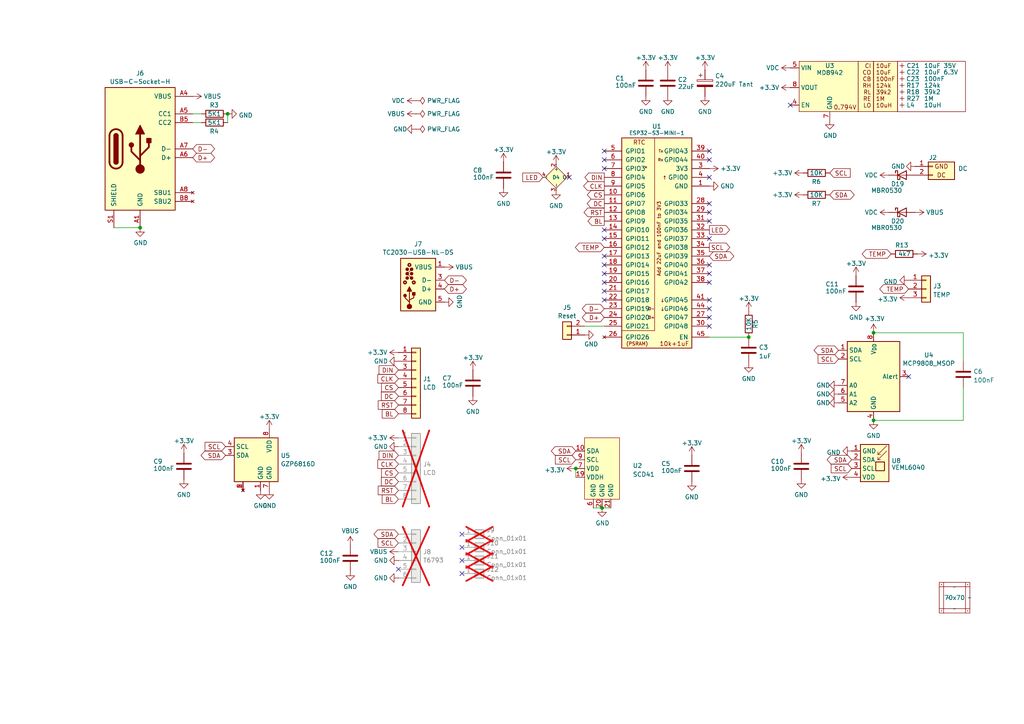
<source format=kicad_sch>
(kicad_sch (version 20250114) (generator "eeschema") (generator_version "9.0")
  (paper "A4")
  (title_block (title "2\" LCD") (company "Adrian Kennard / Andrews & Arnold Ltd") (comment 1 "@TheRealRevK") (comment 2 "www.me.uk"))
  (junction (at 167.005 135.89))
  (junction (at 253.365 96.52))
  (junction (at 40.64 66.04))
  (junction (at 253.365 121.92))
  (junction (at 174.625 147.32))
  (junction (at 66.04 33.02))
  (junction (at 217.17 97.79))
  (no_connect (at 205.74 94.615))
  (no_connect (at 205.74 86.995))
  (no_connect (at 175.26 81.915))
  (no_connect (at 175.26 79.375))
  (no_connect (at 175.26 43.815))
  (no_connect (at 175.26 86.995))
  (no_connect (at 165.1 51.435))
  (no_connect (at 133.985 166.37))
  (no_connect (at 175.26 69.215))
  (no_connect (at 205.74 43.815))
  (no_connect (at 205.74 46.355))
  (no_connect (at 175.26 76.835))
  (no_connect (at 205.74 51.435))
  (no_connect (at 175.26 48.895))
  (no_connect (at 115.57 165.1))
  (no_connect (at 205.74 76.835))
  (no_connect (at 205.74 61.595))
  (no_connect (at 263.525 109.22))
  (no_connect (at 175.26 46.355))
  (no_connect (at 133.985 162.56))
  (no_connect (at 133.985 154.94))
  (no_connect (at 205.74 69.215))
  (no_connect (at 205.74 64.135))
  (no_connect (at 205.74 59.055))
  (no_connect (at 175.26 66.675))
  (no_connect (at 205.74 79.375))
  (no_connect (at 175.26 84.455))
  (no_connect (at 205.74 81.915))
  (no_connect (at 205.74 92.075))
  (no_connect (at 205.74 89.535))
  (no_connect (at 175.26 74.295))
  (no_connect (at 229.235 30.48))
  (no_connect (at 133.985 158.75))
  (wire (pts (xy 55.88 33.02) (xy 58.42 33.02)))
  (wire (pts (xy 66.04 33.02) (xy 66.04 35.56)))
  (wire (pts (xy 205.74 97.79) (xy 217.17 97.79)))
  (wire (pts (xy 169.545 94.615) (xy 175.26 94.615)))
  (wire (pts (xy 33.02 66.04) (xy 40.64 66.04)))
  (wire (pts (xy 279.4 112.395) (xy 279.4 121.92)))
  (wire (pts (xy 167.005 135.89) (xy 167.005 138.43)))
  (wire (pts (xy 279.4 96.52) (xy 279.4 104.775)))
  (wire (pts (xy 55.88 35.56) (xy 58.42 35.56)))
  (wire (pts (xy 174.625 147.32) (xy 177.165 147.32)))
  (wire (pts (xy 253.365 96.52) (xy 279.4 96.52)))
  (wire (pts (xy 279.4 121.92) (xy 253.365 121.92)))
  (wire (pts (xy 172.085 147.32) (xy 174.625 147.32)))
  (global_label "TEMP" (shape bidirectional) (at 263.525 83.82 180) (property "Intersheetrefs" "${INTERSHEET_REFS}" (effects (hide yes))))
  (global_label "RST" (shape output) (at 175.26 61.595 180) (property "Intersheetrefs" "${INTERSHEET_REFS}" (effects (hide yes))))
  (global_label "SCL" (shape output) (at 205.74 71.755 0) (property "Intersheetrefs" "${INTERSHEET_REFS}" (effects (hide yes))))
  (global_label "SCL" (shape input) (at 65.405 129.54 180) (property "Intersheetrefs" "${INTERSHEET_REFS}" (effects (hide yes))))
  (global_label "BL" (shape output) (at 175.26 64.135 180) (property "Intersheetrefs" "${INTERSHEET_REFS}" (effects (hide yes))))
  (global_label "BL" (shape input) (at 115.57 120.015 180) (property "Intersheetrefs" "${INTERSHEET_REFS}" (effects (hide yes))))
  (global_label "TEMP" (shape bidirectional) (at 175.26 71.755 180) (property "Intersheetrefs" "${INTERSHEET_REFS}" (effects (hide yes))))
  (global_label "DIN" (shape output) (at 175.26 51.435 180) (property "Intersheetrefs" "${INTERSHEET_REFS}" (effects (hide yes))))
  (global_label "CS" (shape input) (at 115.57 112.395 180) (property "Intersheetrefs" "${INTERSHEET_REFS}" (effects (hide yes))))
  (global_label "LED" (shape output) (at 205.74 66.675 0) (property "Intersheetrefs" "${INTERSHEET_REFS}" (effects (hide yes))))
  (global_label "D-" (shape bidirectional) (at 55.88 43.18 0) (property "Intersheetrefs" "${INTERSHEET_REFS}" (effects (hide yes))))
  (global_label "D+" (shape bidirectional) (at 175.26 92.075 180) (property "Intersheetrefs" "${INTERSHEET_REFS}" (effects (hide yes))))
  (global_label "D+" (shape bidirectional) (at 128.905 83.82 0) (property "Intersheetrefs" "${INTERSHEET_REFS}" (effects (hide yes))))
  (global_label "SDA" (shape bidirectional) (at 115.57 154.94 180) (property "Intersheetrefs" "${INTERSHEET_REFS}" (effects (hide yes))))
  (global_label "DC" (shape output) (at 175.26 59.055 180) (property "Intersheetrefs" "${INTERSHEET_REFS}" (effects (hide yes))))
  (global_label "CS" (shape input) (at 115.57 137.16 180) (property "Intersheetrefs" "${INTERSHEET_REFS}" (effects (hide yes))))
  (global_label "SDA" (shape bidirectional) (at 247.015 133.35 180) (property "Intersheetrefs" "${INTERSHEET_REFS}" (effects (hide yes))))
  (global_label "SDA" (shape bidirectional) (at 240.665 56.515 0) (property "Intersheetrefs" "${INTERSHEET_REFS}" (effects (hide yes))))
  (global_label "LED" (shape input) (at 157.48 51.435 180) (property "Intersheetrefs" "${INTERSHEET_REFS}" (effects (hide yes))))
  (global_label "SCL" (shape input) (at 243.205 104.14 180) (property "Intersheetrefs" "${INTERSHEET_REFS}" (effects (hide yes))))
  (global_label "DIN" (shape input) (at 115.57 107.315 180) (property "Intersheetrefs" "${INTERSHEET_REFS}" (effects (hide yes))))
  (global_label "SDA" (shape bidirectional) (at 243.205 101.6 180) (property "Intersheetrefs" "${INTERSHEET_REFS}" (effects (hide yes))))
  (global_label "SCL" (shape input) (at 240.665 50.165 0) (property "Intersheetrefs" "${INTERSHEET_REFS}" (effects (hide yes))))
  (global_label "DC" (shape input) (at 115.57 114.935 180) (property "Intersheetrefs" "${INTERSHEET_REFS}" (effects (hide yes))))
  (global_label "RST" (shape input) (at 115.57 142.24 180) (property "Intersheetrefs" "${INTERSHEET_REFS}" (effects (hide yes))))
  (global_label "SCL" (shape input) (at 167.005 133.35 180) (property "Intersheetrefs" "${INTERSHEET_REFS}" (effects (hide yes))))
  (global_label "SCL" (shape input) (at 247.015 135.89 180) (property "Intersheetrefs" "${INTERSHEET_REFS}" (effects (hide yes))))
  (global_label "CLK" (shape input) (at 115.57 134.62 180) (property "Intersheetrefs" "${INTERSHEET_REFS}" (effects (hide yes))))
  (global_label "RST" (shape input) (at 115.57 117.475 180) (property "Intersheetrefs" "${INTERSHEET_REFS}" (effects (hide yes))))
  (global_label "DC" (shape input) (at 115.57 139.7 180) (property "Intersheetrefs" "${INTERSHEET_REFS}" (effects (hide yes))))
  (global_label "SDA" (shape bidirectional) (at 65.405 132.08 180) (property "Intersheetrefs" "${INTERSHEET_REFS}" (effects (hide yes))))
  (global_label "D-" (shape bidirectional) (at 128.905 81.28 0) (property "Intersheetrefs" "${INTERSHEET_REFS}" (effects (hide yes))))
  (global_label "D-" (shape bidirectional) (at 175.26 89.535 180) (property "Intersheetrefs" "${INTERSHEET_REFS}" (effects (hide yes))))
  (global_label "TEMP" (shape bidirectional) (at 258.445 73.66 180) (property "Intersheetrefs" "${INTERSHEET_REFS}" (effects (hide yes))))
  (global_label "CS" (shape output) (at 175.26 56.515 180) (property "Intersheetrefs" "${INTERSHEET_REFS}" (effects (hide yes))))
  (global_label "BL" (shape input) (at 115.57 144.78 180) (property "Intersheetrefs" "${INTERSHEET_REFS}" (effects (hide yes))))
  (global_label "SDA" (shape bidirectional) (at 205.74 74.295 0) (property "Intersheetrefs" "${INTERSHEET_REFS}" (effects (hide yes))))
  (global_label "DIN" (shape input) (at 115.57 132.08 180) (property "Intersheetrefs" "${INTERSHEET_REFS}" (effects (hide yes))))
  (global_label "CLK" (shape output) (at 175.26 53.975 180) (property "Intersheetrefs" "${INTERSHEET_REFS}" (effects (hide yes))))
  (global_label "SCL" (shape input) (at 115.57 157.48 180) (property "Intersheetrefs" "${INTERSHEET_REFS}" (effects (hide yes))))
  (global_label "SDA" (shape bidirectional) (at 167.005 130.81 180) (property "Intersheetrefs" "${INTERSHEET_REFS}" (effects (hide yes))))
  (global_label "D+" (shape bidirectional) (at 55.88 45.72 0) (property "Intersheetrefs" "${INTERSHEET_REFS}" (effects (hide yes))))
  (global_label "CLK" (shape input) (at 115.57 109.855 180) (property "Intersheetrefs" "${INTERSHEET_REFS}" (effects (hide yes))))
  (symbol (lib_id "power:GND") (at 40.64 66.04 0) (unit 1)
    (property "Reference" "#PWR03" (effects (hide yes)))
    (property "Value" "GND" (at 40.767 70.4342 0))
    (property "Description" "Power symbol creates a global label with name \"GND\" , ground" (effects (hide yes)))
  )
  (symbol (lib_id "power:GND") (at 174.625 147.32 0) (unit 1)
    (property "Reference" "#PWR07" (effects (hide yes)))
    (property "Value" "GND" (at 174.752 151.7142 0))
    (property "Description" "Power symbol creates a global label with name \"GND\" , ground" (effects (hide yes)))
  )
  (symbol (lib_id "Device:R") (at 62.23 35.56 90) (unit 1)
    (property "Reference" "R4" (at 63.5 38.1 90) (effects (justify left)))
    (property "Value" "5K1" (at 64.135 35.56 90) (effects (justify left)))
    (property "Footprint" "RevK:R_0402" (effects (hide yes)))
    (property "Description" "Resistor" (effects (hide yes)))
  )
  (symbol (lib_id "Device:R") (at 62.23 33.02 90) (unit 1)
    (property "Reference" "R3" (at 63.5 30.48 90) (effects (justify left)))
    (property "Value" "5K1" (at 64.135 33.02 90) (effects (justify left)))
    (property "Footprint" "RevK:R_0402" (effects (hide yes)))
    (property "Description" "Resistor" (effects (hide yes)))
  )
  (symbol (lib_id "power:+3.3V") (at 161.29 47.625 0) (unit 1)
    (property "Reference" "#PWR018" (effects (hide yes)))
    (property "Value" "+3.3V" (at 161.29 44.0492 0))
    (property "Description" "Power symbol creates a global label with name \"+3.3V\"" (effects (hide yes)))
  )
  (symbol (lib_id "power:+3.3V") (at 204.47 20.32 0) (unit 1)
    (property "Reference" "#PWR025" (effects (hide yes)))
    (property "Value" "+3.3V" (at 204.47 16.7442 0))
    (property "Description" "Power symbol creates a global label with name \"+3.3V\"" (effects (hide yes)))
  )
  (symbol (lib_id "RevK:MD89420-RegBlock") (at 240.665 25.4 0) (unit 1)
    (property "Reference" "U3" (at 240.665 19.05 0))
    (property "Value" "MD8942" (at 240.665 21.098 0))
    (property "Footprint" "RevK:SOT-23-6-MD8942" (effects (hide yes)))
    (property "Datasheet" "https://datasheet.lcsc.com/lcsc/2101111937_Shanghai-Mingda-Microelectronics-MD8942_C2684786.pdf" (effects (hide yes)))
    (property "Description" "Regulator and associated components." (effects (hide yes)))
    (property "MPN" "C2684786" (effects (hide yes)))
  )
  (symbol (lib_id "Device:C") (at 193.675 24.13 0) (unit 1)
    (property "Reference" "C2" (at 196.596 23.106 0) (effects (justify left)))
    (property "Value" "22uF" (at 196.596 25.154 0) (effects (justify left)))
    (property "Footprint" "RevK:C_0402" (effects (hide yes)))
    (property "Description" "Unpolarized capacitor" (effects (hide yes)))
  )
  (symbol (lib_id "RevK:PowerIn") (at 270.51 48.26 0) (unit 1)
    (property "Reference" "J2" (at 271.78 45.72 0) (effects (justify right)))
    (property "Value" "DC" (at 280.67 48.895 0) (effects (justify right)))
    (property "Footprint" "RevK:WAGO-2060-452-998-404" (effects (hide yes)))
    (property "MPN" "C2765055" (effects (hide yes)))
  )
  (symbol (lib_id "power:+3.3V") (at 247.015 138.43 90) (unit 1)
    (property "Reference" "#PWR0104" (effects (hide yes)))
    (property "Value" "+3.3V" (at 243.84 138.8638 90) (effects (justify left)))
    (property "Description" "Power symbol creates a global label with name \"+3.3V\"" (effects (hide yes)))
  )
  (symbol (lib_id "RevK:VCUT") (at 273.685 173.355 90) (unit 1) (exclude_from_sim yes) (in_bom no)
    (property "Reference" "V3" (effects (hide yes)))
    (property "Value" "~" (at 274.32 173.355 90) (effects (justify right)))
    (property "Footprint" "RevK:VCUT70" (effects (hide yes)))
  )
  (symbol (lib_id "power:+3.3V") (at 233.045 56.515 90) (unit 1)
    (property "Reference" "#PWR037" (effects (hide yes)))
    (property "Value" "+3.3V" (at 229.87 56.515 90) (effects (justify left)))
    (property "Description" "Power symbol creates a global label with name \"+3.3V\"" (effects (hide yes)))
  )
  (symbol (lib_id "RevK:Hidden") (at 261.62 22.86 90) (unit 1)
    (property "Reference" "C23" (at 266.7 22.86 90) (effects (justify left)))
    (property "Value" "100nF" (at 267.97 22.86 90) (effects (justify right)))
    (property "Footprint" "RevK:C_0603_" (effects (hide yes)))
  )
  (symbol (lib_id "power:PWR_FLAG") (at 120.65 37.465 270) (unit 1)
    (property "Reference" "#FLG02" (effects (hide yes)))
    (property "Value" "PWR_FLAG" (at 123.825 37.465 90) (effects (justify left)))
    (property "Description" "Special symbol for telling ERC where power comes from" (effects (hide yes)))
  )
  (symbol (lib_id "Diode:1N5819") (at 261.62 50.8 0) (unit 1)
    (property "Reference" "D19" (at 260.35 53.34 0))
    (property "Value" "MBR0530" (at 257.175 55.245 0))
    (property "Footprint" "RevK:D_SOD-123" (effects (hide yes)))
    (property "MPN" "C5204746" (effects (hide yes)))
  )
  (symbol (lib_id "Connector_Generic:Conn_01x01") (at 139.065 154.94 0) (unit 1) (in_bom no) (dnp yes)
    (property "Reference" "J9" (at 141.097 153.7278 0) (effects (justify left)))
    (property "Value" "Conn_01x01" (at 141.097 156.1521 0) (effects (justify left)))
    (property "Footprint" "RevK:PinHeader_1x01_P2.54mm_Vertical" (effects (hide yes)))
    (property "Description" "Generic connector, single row, 01x01, script generated (kicad-library-utils/schlib/autogen/connector/)" (effects (hide yes)))
  )
  (symbol (lib_id "power:VDC") (at 257.81 50.8 90) (unit 1)
    (property "Reference" "#PWR04" (effects (hide yes)))
    (property "Value" "VDC" (at 254.635 50.8 90) (effects (justify left)))
    (property "Description" "Power symbol creates a global label with name \"VDC\"" (effects (hide yes)))
  )
  (symbol (lib_id "power:GND") (at 263.525 81.28 270) (unit 1)
    (property "Reference" "#PWR022" (effects (hide yes)))
    (property "Value" "GND" (at 260.3501 81.7138 90) (effects (justify right)))
    (property "Description" "Power symbol creates a global label with name \"GND\" , ground" (effects (hide yes)))
  )
  (symbol (lib_id "Connector_Generic:Conn_01x06") (at 120.65 160.02 0) (unit 1) (in_bom no) (dnp yes)
    (property "Reference" "J8" (at 122.682 160.0778 0) (effects (justify left)))
    (property "Value" "T6793" (at 122.682 162.5021 0) (effects (justify left)))
    (property "Footprint" "RevK:PinHeader_1x06_P2.54mm_Vertical" (effects (hide yes)))
    (property "Datasheet" "https://www.amphenol-sensors.com/en/telaire/co2/525-co2-sensor-modules/3399-t6793-0" (effects (hide yes)))
    (property "Description" "Generic connector, single row, 01x06, script generated (kicad-library-utils/schlib/autogen/connector/)" (effects (hide yes)))
  )
  (symbol (lib_id "power:VDC") (at 120.65 29.21 90) (unit 1)
    (property "Reference" "#PWR041" (effects (hide yes)))
    (property "Value" "VDC" (at 117.475 29.21 90) (effects (justify left)))
    (property "Description" "Power symbol creates a global label with name \"VDC\"" (effects (hide yes)))
  )
  (symbol (lib_id "power:GND") (at 240.665 34.925 0) (unit 1)
    (property "Reference" "#PWR028" (effects (hide yes)))
    (property "Value" "GND" (at 240.792 39.3192 0))
    (property "Description" "Power symbol creates a global label with name \"GND\" , ground" (effects (hide yes)))
  )
  (symbol (lib_id "power:+3.3V") (at 233.045 50.165 90) (unit 1)
    (property "Reference" "#PWR036" (effects (hide yes)))
    (property "Value" "+3.3V" (at 229.87 50.165 90) (effects (justify left)))
    (property "Description" "Power symbol creates a global label with name \"+3.3V\"" (effects (hide yes)))
  )
  (symbol (lib_id "power:GND") (at 243.205 114.3 270) (unit 1)
    (property "Reference" "#PWR0115" (effects (hide yes)))
    (property "Value" "GND" (at 238.7616 114.3 90))
    (property "Description" "Power symbol creates a global label with name \"GND\" , ground" (effects (hide yes)))
  )
  (symbol (lib_id "RevK:WS2812B-1mm") (at 161.29 51.435 0) (mirror x) (unit 1)
    (property "Reference" "D4" (at 161.29 51.435 0) (effects (font (size 1 1))))
    (property "Value" "XL-1010RGBC-WS2812B" (effects (hide yes)))
    (property "Footprint" "RevK:SMD1010" (effects (hide yes)))
    (property "Datasheet" "https://datasheet.lcsc.com/lcsc/2301111010_XINGLIGHT-XL-1010RGBC-WS2812B_C5349953.pdf" (effects (hide yes)))
    (property "Description" "RGB LED with integrated controller" (effects (hide yes)))
    (property "MPN" "C5349953" (effects (hide yes)))
  )
  (symbol (lib_id "power:+3.3V") (at 167.005 135.89 90) (unit 1)
    (property "Reference" "#PWR05" (effects (hide yes)))
    (property "Value" "+3.3V" (at 163.83 136.3238 90) (effects (justify left)))
    (property "Description" "Power symbol creates a global label with name \"+3.3V\"" (effects (hide yes)))
  )
  (symbol (lib_id "power:+3.3V") (at 137.16 107.315 0) (unit 1)
    (property "Reference" "#PWR044" (effects (hide yes)))
    (property "Value" "+3.3V" (at 137.16 103.7392 0))
    (property "Description" "Power symbol creates a global label with name \"+3.3V\"" (effects (hide yes)))
  )
  (symbol (lib_id "Connector_Generic:Conn_01x03") (at 268.605 83.82 0) (unit 1)
    (property "Reference" "J3" (at 270.637 82.9853 0) (effects (justify left)))
    (property "Value" "TEMP" (at 270.637 85.5222 0) (effects (justify left)))
    (property "Footprint" "RevK:WAGO-2060-453-998-404" (effects (hide yes)))
    (property "Description" "Generic connector, single row, 01x03, script generated (kicad-library-utils/schlib/autogen/connector/)" (effects (hide yes)))
    (property "MPN" "C2765056" (effects (hide yes)))
  )
  (symbol (lib_id "power:GND") (at 115.57 129.54 270) (unit 1)
    (property "Reference" "#PWR011" (effects (hide yes)))
    (property "Value" "GND" (at 110.49 129.54 90))
    (property "Description" "Power symbol creates a global label with name \"GND\" , ground" (effects (hide yes)))
  )
  (symbol (lib_id "RevK:VCUT") (at 276.86 176.53 0) (unit 1) (exclude_from_sim yes) (in_bom no)
    (property "Reference" "V2" (effects (hide yes)))
    (property "Value" "~" (at 276.86 176.53 0))
    (property "Footprint" "RevK:VCUT70" (effects (hide yes)))
  )
  (symbol (lib_id "power:GND") (at 115.57 104.775 270) (unit 1)
    (property "Reference" "#PWR030" (effects (hide yes)))
    (property "Value" "GND" (at 110.49 104.775 90))
    (property "Description" "Power symbol creates a global label with name \"GND\" , ground" (effects (hide yes)))
  )
  (symbol (lib_id "Device:R") (at 262.255 73.66 90) (unit 1)
    (property "Reference" "R13" (at 263.525 71.12 90) (effects (justify left)))
    (property "Value" "4k7" (at 264.16 73.66 90) (effects (justify left)))
    (property "Footprint" "RevK:R_0402" (effects (hide yes)))
    (property "Description" "Resistor" (effects (hide yes)))
  )
  (symbol (lib_id "Device:C") (at 53.34 135.255 0) (unit 1)
    (property "Reference" "C9" (at 44.45 133.842 0) (effects (justify left)))
    (property "Value" "100nF" (at 44.45 135.89 0) (effects (justify left)))
    (property "Footprint" "RevK:C_0402" (effects (hide yes)))
    (property "Description" "Unpolarized capacitor" (effects (hide yes)))
  )
  (symbol (lib_id "power:VBUS") (at 115.57 160.02 90) (unit 1)
    (property "Reference" "#PWR031" (effects (hide yes)))
    (property "Value" "VBUS" (at 112.395 160.02 90) (effects (justify left)))
    (property "Description" "Power symbol creates a global label with name \"VBUS\"" (effects (hide yes)))
  )
  (symbol (lib_id "Device:C") (at 217.17 101.6 0) (unit 1)
    (property "Reference" "C3" (at 220.091 100.7653 0) (effects (justify left)))
    (property "Value" "1uF" (at 220.091 103.3022 0) (effects (justify left)))
    (property "Footprint" "RevK:C_0402" (effects (hide yes)))
    (property "Description" "Unpolarized capacitor" (effects (hide yes)))
  )
  (symbol (lib_id "Device:C") (at 232.41 135.255 0) (unit 1)
    (property "Reference" "C10" (at 223.52 133.842 0) (effects (justify left)))
    (property "Value" "100nF" (at 223.52 135.89 0) (effects (justify left)))
    (property "Footprint" "RevK:C_0402" (effects (hide yes)))
    (property "Description" "Unpolarized capacitor" (effects (hide yes)))
  )
  (symbol (lib_id "Device:C") (at 101.6 161.925 0) (unit 1)
    (property "Reference" "C12" (at 92.71 160.512 0) (effects (justify left)))
    (property "Value" "100nF" (at 92.71 162.56 0) (effects (justify left)))
    (property "Footprint" "RevK:C_0402" (effects (hide yes)))
    (property "Description" "Unpolarized capacitor" (effects (hide yes)))
  )
  (symbol (lib_id "power:GND") (at 205.74 53.975 90) (unit 1)
    (property "Reference" "#PWR015" (effects (hide yes)))
    (property "Value" "GND" (at 208.915 53.975 90) (effects (justify right)))
    (property "Description" "Power symbol creates a global label with name \"GND\" , ground" (effects (hide yes)))
  )
  (symbol (lib_id "power:GND") (at 169.545 97.155 90) (unit 1)
    (property "Reference" "#PWR020" (effects (hide yes)))
    (property "Value" "GND" (at 169.418 99.822 90) (effects (justify right)))
    (property "Description" "Power symbol creates a global label with name \"GND\" , ground" (effects (hide yes)))
  )
  (symbol (lib_id "power:VBUS") (at 120.65 33.02 90) (unit 1)
    (property "Reference" "#PWR040" (effects (hide yes)))
    (property "Value" "VBUS" (at 117.475 33.02 90) (effects (justify left)))
    (property "Description" "Power symbol creates a global label with name \"VBUS\"" (effects (hide yes)))
  )
  (symbol (lib_id "power:+3.3V") (at 263.525 86.36 90) (unit 1)
    (property "Reference" "#PWR023" (effects (hide yes)))
    (property "Value" "+3.3V" (at 260.35 86.7938 90) (effects (justify left)))
    (property "Description" "Power symbol creates a global label with name \"+3.3V\"" (effects (hide yes)))
  )
  (symbol (lib_id "power:GND") (at 247.015 130.81 270) (unit 1)
    (property "Reference" "#PWR0105" (effects (hide yes)))
    (property "Value" "GND" (at 243.8401 131.2438 90) (effects (justify right)))
    (property "Description" "Power symbol creates a global label with name \"GND\" , ground" (effects (hide yes)))
  )
  (symbol (lib_id "power:+3.3V") (at 115.57 102.235 90) (unit 1)
    (property "Reference" "#PWR029" (effects (hide yes)))
    (property "Value" "+3.3V" (at 112.395 102.235 90) (effects (justify left)))
    (property "Description" "Power symbol creates a global label with name \"+3.3V\"" (effects (hide yes)))
  )
  (symbol (lib_id "Device:R") (at 236.855 50.165 90) (unit 1)
    (property "Reference" "R6" (at 238.125 52.705 90) (effects (justify left)))
    (property "Value" "10K" (at 238.76 50.165 90) (effects (justify left)))
    (property "Footprint" "RevK:R_0402" (effects (hide yes)))
    (property "Description" "Resistor" (effects (hide yes)))
  )
  (symbol (lib_id "power:GND") (at 115.57 167.64 270) (unit 1)
    (property "Reference" "#PWR033" (effects (hide yes)))
    (property "Value" "GND" (at 110.49 167.64 90))
    (property "Description" "Power symbol creates a global label with name \"GND\" , ground" (effects (hide yes)))
  )
  (symbol (lib_id "power:GND") (at 115.57 162.56 270) (unit 1)
    (property "Reference" "#PWR032" (effects (hide yes)))
    (property "Value" "GND" (at 110.49 162.56 90))
    (property "Description" "Power symbol creates a global label with name \"GND\" , ground" (effects (hide yes)))
  )
  (symbol (lib_id "power:GND") (at 161.29 55.245 0) (unit 1)
    (property "Reference" "#PWR019" (effects (hide yes)))
    (property "Value" "GND" (at 161.29 59.6884 0))
    (property "Description" "Power symbol creates a global label with name \"GND\" , ground" (effects (hide yes)))
  )
  (symbol (lib_id "power:GND") (at 66.04 33.02 90) (unit 1)
    (property "Reference" "#PWR06" (effects (hide yes)))
    (property "Value" "GND" (at 69.215 33.4538 90) (effects (justify right)))
    (property "Description" "Power symbol creates a global label with name \"GND\" , ground" (effects (hide yes)))
  )
  (symbol (lib_id "Device:C") (at 187.325 24.13 0) (unit 1)
    (property "Reference" "C1" (at 178.435 22.717 0) (effects (justify left)))
    (property "Value" "100nF" (at 178.435 24.765 0) (effects (justify left)))
    (property "Footprint" "RevK:C_0402" (effects (hide yes)))
    (property "Description" "Unpolarized capacitor" (effects (hide yes)))
  )
  (symbol (lib_id "RevK:Hidden") (at 261.62 19.05 0) (unit 1)
    (property "Reference" "C21" (at 262.89 19.05 0) (effects (justify left)))
    (property "Value" "10uF 35V" (at 267.97 19.05 0) (effects (justify left)))
    (property "Footprint" "RevK:C_0603_" (effects (hide yes)))
    (property "MPN" "C194427" (effects (hide yes)))
  )
  (symbol (lib_id "Diode:1N5819") (at 261.62 61.595 0) (unit 1)
    (property "Reference" "D20" (at 260.35 64.135 0))
    (property "Value" "MBR0530" (at 257.175 66.04 0))
    (property "Footprint" "RevK:D_SOD-123" (effects (hide yes)))
    (property "MPN" "C5204746" (effects (hide yes)))
  )
  (symbol (lib_id "RevK:SCD41") (at 174.625 135.89 0) (unit 1)
    (property "Reference" "U2" (at 183.515 135.0553 0) (effects (justify left)))
    (property "Value" "SCD41" (at 183.515 137.5922 0) (effects (justify left)))
    (property "Footprint" "RevK:SCD41" (effects (hide yes)))
    (property "Datasheet" "https://www.mouser.co.uk/datasheet/2/682/Sensirion_CO2_Sensors_SCD4x_Datasheet-2321195.pdf" (effects (hide yes)))
    (property "Description" "CO2 sensor" (effects (hide yes)))
    (property "MPN" "C3659294" (effects (hide yes)))
  )
  (symbol (lib_id "power:GND") (at 146.05 54.61 0) (unit 1)
    (property "Reference" "#PWR047" (effects (hide yes)))
    (property "Value" "GND" (at 146.05 59.0534 0))
    (property "Description" "Power symbol creates a global label with name \"GND\" , ground" (effects (hide yes)))
  )
  (symbol (lib_id "power:GND") (at 232.41 139.065 0) (unit 1)
    (property "Reference" "#PWR054" (effects (hide yes)))
    (property "Value" "GND" (at 232.41 143.5084 0))
    (property "Description" "Power symbol creates a global label with name \"GND\" , ground" (effects (hide yes)))
  )
  (symbol (lib_id "power:GND") (at 193.675 27.94 0) (unit 1)
    (property "Reference" "#PWR013" (effects (hide yes)))
    (property "Value" "GND" (at 193.675 32.3834 0))
    (property "Description" "Power symbol creates a global label with name \"GND\" , ground" (effects (hide yes)))
  )
  (symbol (lib_id "RevK:GZP6816D") (at 75.565 134.62 0) (unit 1)
    (property "Reference" "U5" (at 81.407 132.1378 0) (effects (justify left)))
    (property "Value" "GZP6816D" (at 81.407 134.5621 0) (effects (justify left)))
    (property "Footprint" "Package_LGA:Bosch_LGA-8_2x2.5mm_P0.65mm_ClockwisePinNumbering" (effects (hide yes)))
    (property "Datasheet" "https://ae-bst.resource.bosch.com/media/_tech/media/datasheets/BST-BMP280-DS001.pdf" (effects (hide yes)))
    (property "Description" "Absolute Barometric Pressure Sensor, LGA-8" (effects (hide yes)))
    (property "MPN" "C3038127" (effects (hide yes)))
    (property "Rotation Offset" "-90" (effects (hide yes)))
  )
  (symbol (lib_id "power:GND") (at 265.43 48.26 270) (unit 1)
    (property "Reference" "#PWR0107" (effects (hide yes)))
    (property "Value" "GND" (at 258.445 48.26 90) (effects (justify left)))
    (property "Description" "Power symbol creates a global label with name \"GND\" , ground" (effects (hide yes)))
  )
  (symbol (lib_id "power:+3.3V") (at 266.065 73.66 270) (unit 1)
    (property "Reference" "#PWR024" (effects (hide yes)))
    (property "Value" "+3.3V" (at 269.24 74.0938 90) (effects (justify left)))
    (property "Description" "Power symbol creates a global label with name \"+3.3V\"" (effects (hide yes)))
  )
  (symbol (lib_id "power:GND") (at 128.905 87.63 90) (unit 1)
    (property "Reference" "#PWR010" (effects (hide yes)))
    (property "Value" "GND" (at 133.2992 87.503 0))
    (property "Description" "Power symbol creates a global label with name \"GND\" , ground" (effects (hide yes)))
  )
  (symbol (lib_id "power:+3.3V") (at 200.66 132.08 0) (unit 1)
    (property "Reference" "#PWR042" (effects (hide yes)))
    (property "Value" "+3.3V" (at 200.66 128.5042 0))
    (property "Description" "Power symbol creates a global label with name \"+3.3V\"" (effects (hide yes)))
  )
  (symbol (lib_id "power:+3.3V") (at 229.235 25.4 90) (unit 1)
    (property "Reference" "#PWR027" (effects (hide yes)))
    (property "Value" "+3.3V" (at 226.06 25.4 90) (effects (justify left)))
    (property "Description" "Power symbol creates a global label with name \"+3.3V\"" (effects (hide yes)))
  )
  (symbol (lib_id "power:VBUS") (at 101.6 158.115 0) (unit 1)
    (property "Reference" "#PWR057" (effects (hide yes)))
    (property "Value" "VBUS" (at 101.6 153.9819 0))
    (property "Description" "Power symbol creates a global label with name \"VBUS\"" (effects (hide yes)))
  )
  (symbol (lib_id "Connector_Generic:Conn_01x08") (at 120.65 134.62 0) (unit 1) (in_bom no) (dnp yes)
    (property "Reference" "J4" (at 122.682 134.6778 0) (effects (justify left)))
    (property "Value" "LCD" (at 122.682 137.1021 0) (effects (justify left)))
    (property "Footprint" "RevK:PinHeader_1x08_P2.54mm_Vertical" (effects (hide yes)))
    (property "Description" "Generic connector, single row, 01x08, script generated (kicad-library-utils/schlib/autogen/connector/)" (effects (hide yes)))
    (property "MPN" "C42380985" (effects (hide yes)))
  )
  (symbol (lib_id "Connector_Generic:Conn_01x01") (at 139.065 162.56 0) (unit 1) (in_bom no) (dnp yes)
    (property "Reference" "J11" (at 141.097 161.3478 0) (effects (justify left)))
    (property "Value" "Conn_01x01" (at 141.097 163.7721 0) (effects (justify left)))
    (property "Footprint" "RevK:PinHeader_1x01_P2.54mm_Vertical" (effects (hide yes)))
    (property "Description" "Generic connector, single row, 01x01, script generated (kicad-library-utils/schlib/autogen/connector/)" (effects (hide yes)))
  )
  (symbol (lib_id "Device:C") (at 279.4 108.585 0) (unit 1)
    (property "Reference" "C6" (at 282.321 107.7503 0) (effects (justify left)))
    (property "Value" "100nF" (at 282.321 110.2872 0) (effects (justify left)))
    (property "Footprint" "RevK:C_0402" (effects (hide yes)))
    (property "Description" "Unpolarized capacitor" (effects (hide yes)))
  )
  (symbol (lib_name "TC2030-USB-NL_1") (lib_id "RevK:TC2030-USB-NL") (at 121.285 82.55 0) (unit 1) (in_bom no)
    (property "Reference" "J7" (at 121.285 70.7855 0))
    (property "Value" "TC2030-USB-NL-DS" (at 121.285 73.2098 0))
    (property "Footprint" "RevK:Tag-Connect_TC2030-IDC-NL_2x03_P1.27mm_Vertical" (effects (hide yes)))
    (property "Description" "TC2030-USB-NL" (effects (hide yes)))
  )
  (symbol (lib_id "RevK:VCUT") (at 280.035 173.355 270) (unit 1) (exclude_from_sim yes) (in_bom no)
    (property "Reference" "V4" (effects (hide yes)))
    (property "Value" "~" (at 280.67 173.355 90) (effects (justify left)))
    (property "Footprint" "RevK:VCUT70" (effects (hide yes)))
  )
  (symbol (lib_id "power:GND") (at 101.6 165.735 0) (unit 1)
    (property "Reference" "#PWR058" (effects (hide yes)))
    (property "Value" "GND" (at 101.6 170.1784 0))
    (property "Description" "Power symbol creates a global label with name \"GND\" , ground" (effects (hide yes)))
  )
  (symbol (lib_id "power:+3.3V") (at 248.285 80.01 0) (unit 1)
    (property "Reference" "#PWR055" (effects (hide yes)))
    (property "Value" "+3.3V" (at 248.285 76.4342 0))
    (property "Description" "Power symbol creates a global label with name \"+3.3V\"" (effects (hide yes)))
  )
  (symbol (lib_id "power:+3.3V") (at 115.57 127 90) (unit 1)
    (property "Reference" "#PWR026" (effects (hide yes)))
    (property "Value" "+3.3V" (at 112.395 127 90) (effects (justify left)))
    (property "Description" "Power symbol creates a global label with name \"+3.3V\"" (effects (hide yes)))
  )
  (symbol (lib_id "power:GND") (at 243.205 116.84 270) (unit 1)
    (property "Reference" "#PWR0116" (effects (hide yes)))
    (property "Value" "GND" (at 238.7616 116.84 90))
    (property "Description" "Power symbol creates a global label with name \"GND\" , ground" (effects (hide yes)))
  )
  (symbol (lib_id "power:GND") (at 248.285 87.63 0) (unit 1)
    (property "Reference" "#PWR056" (effects (hide yes)))
    (property "Value" "GND" (at 248.285 92.0734 0))
    (property "Description" "Power symbol creates a global label with name \"GND\" , ground" (effects (hide yes)))
  )
  (symbol (lib_id "power:+3.3V") (at 146.05 46.99 0) (unit 1)
    (property "Reference" "#PWR046" (effects (hide yes)))
    (property "Value" "+3.3V" (at 146.05 43.4142 0))
    (property "Description" "Power symbol creates a global label with name \"+3.3V\"" (effects (hide yes)))
  )
  (symbol (lib_id "power:VBUS") (at 55.88 27.94 270) (unit 1)
    (property "Reference" "#PWR039" (effects (hide yes)))
    (property "Value" "VBUS" (at 59.055 27.94 90) (effects (justify left)))
    (property "Description" "Power symbol creates a global label with name \"VBUS\"" (effects (hide yes)))
  )
  (symbol (lib_id "RevK:PCB") (at 276.86 173.355 0) (unit 1) (in_bom no)
    (property "Reference" "PCB1" (effects (hide yes)))
    (property "Value" "70x70" (at 276.86 173.355 0))
    (property "Footprint" "RevK:PCB7070" (effects (hide yes)))
  )
  (symbol (lib_id "Device:C_Polarized") (at 204.47 24.13 0) (unit 1)
    (property "Reference" "C4" (at 207.391 22.0288 0) (effects (justify left)))
    (property "Value" "220uF Tant" (at 207.391 24.4531 0) (effects (justify left)))
    (property "Footprint" "RevK:CP_EIA-3528-21_Kemet-B" (effects (hide yes)))
    (property "Description" "Polarized capacitor" (effects (hide yes)))
    (property "MPN" "C122649" (effects (hide yes)))
  )
  (symbol (lib_id "RevK:Hidden") (at 261.62 28.575 0) (unit 1)
    (property "Reference" "R27" (at 262.89 28.575 0) (effects (justify left)))
    (property "Value" "1M" (at 267.97 28.575 0) (effects (justify left)))
    (property "Footprint" "RevK:R_0402_" (effects (hide yes)))
  )
  (symbol (lib_id "Sensor_Temperature:MCP9808_MSOP") (at 253.365 109.22 0) (unit 1)
    (property "Reference" "U4" (at 269.3874 102.9734 0))
    (property "Value" "MCP9808_MSOP" (at 269.3874 105.3977 0))
    (property "Footprint" "Package_SO:MSOP-8_3x3mm_P0.65mm" (effects (hide yes)))
    (property "Datasheet" "http://ww1.microchip.com/downloads/en/DeviceDoc/22203b.pdf" (effects (hide yes)))
    (property "Description" "±0.25°C (±0.5°C) Typical (Maximum), Digital Temperature Sensor, MSOP-8" (effects (hide yes)))
    (property "MPN" "C94847" (effects (hide yes)))
  )
  (symbol (lib_id "Device:C") (at 200.66 135.89 0) (unit 1)
    (property "Reference" "C5" (at 191.77 134.477 0) (effects (justify left)))
    (property "Value" "100nF" (at 191.77 136.525 0) (effects (justify left)))
    (property "Footprint" "RevK:C_0402" (effects (hide yes)))
    (property "Description" "Unpolarized capacitor" (effects (hide yes)))
  )
  (symbol (lib_id "power:GND") (at 78.105 142.24 0) (unit 1)
    (property "Reference" "#PWR052" (effects (hide yes)))
    (property "Value" "GND" (at 78.105 146.6834 0))
    (property "Description" "Power symbol creates a global label with name \"GND\" , ground" (effects (hide yes)))
  )
  (symbol (lib_id "Connector_Generic:Conn_01x01") (at 139.065 158.75 0) (unit 1) (in_bom no) (dnp yes)
    (property "Reference" "J10" (at 141.097 157.5378 0) (effects (justify left)))
    (property "Value" "Conn_01x01" (at 141.097 159.9621 0) (effects (justify left)))
    (property "Footprint" "RevK:PinHeader_1x01_P2.54mm_Vertical" (effects (hide yes)))
    (property "Description" "Generic connector, single row, 01x01, script generated (kicad-library-utils/schlib/autogen/connector/)" (effects (hide yes)))
  )
  (symbol (lib_id "RevK:Hidden") (at 261.62 20.955 0) (unit 1)
    (property "Reference" "C22" (at 262.89 20.955 0) (effects (justify left)))
    (property "Value" "10uF 6.3V" (at 267.97 20.955 0) (effects (justify left)))
    (property "Footprint" "RevK:C_0603_" (effects (hide yes)))
    (property "MPN" "C1691" (effects (hide yes)))
  )
  (symbol (lib_id "RevK:Hidden") (at 261.62 24.765 0) (unit 1)
    (property "Reference" "R17" (at 264.795 24.765 0))
    (property "Value" "124k" (at 267.97 24.765 0) (effects (justify left)))
    (property "Footprint" "RevK:R_0402_" (effects (hide yes)))
  )
  (symbol (lib_id "power:GND") (at 75.565 142.24 0) (unit 1)
    (property "Reference" "#PWR051" (effects (hide yes)))
    (property "Value" "GND" (at 75.565 146.6834 0))
    (property "Description" "Power symbol creates a global label with name \"GND\" , ground" (effects (hide yes)))
  )
  (symbol (lib_id "RevK:USB-C-Socket-H") (at 40.64 43.18 0) (unit 1)
    (property "Reference" "J6" (at 40.64 21.2555 0))
    (property "Value" "USB-C-Socket-H" (at 40.64 23.6798 0))
    (property "Footprint" "RevK:USB-C-Socket-H" (effects (hide yes)))
    (property "Description" "USB 2.0-only Type-C Receptacle connector" (effects (hide yes)))
    (property "MPN" "C709357" (effects (hide yes)))
  )
  (symbol (lib_id "power:GND") (at 53.34 139.065 0) (unit 1)
    (property "Reference" "#PWR049" (effects (hide yes)))
    (property "Value" "GND" (at 53.34 143.5084 0))
    (property "Description" "Power symbol creates a global label with name \"GND\" , ground" (effects (hide yes)))
  )
  (symbol (lib_id "power:GND") (at 204.47 27.94 0) (unit 1)
    (property "Reference" "#PWR035" (effects (hide yes)))
    (property "Value" "GND" (at 204.47 32.3834 0))
    (property "Description" "Power symbol creates a global label with name \"GND\" , ground" (effects (hide yes)))
  )
  (symbol (lib_id "power:VBUS") (at 128.905 77.47 270) (unit 1)
    (property "Reference" "#PWR038" (effects (hide yes)))
    (property "Value" "VBUS" (at 132.08 77.47 90) (effects (justify left)))
    (property "Description" "Power symbol creates a global label with name \"VBUS\"" (effects (hide yes)))
  )
  (symbol (lib_id "Device:R") (at 217.17 93.98 0) (unit 1)
    (property "Reference" "R5" (at 219.075 93.98 90))
    (property "Value" "10K" (at 217.17 93.98 90))
    (property "Footprint" "RevK:R_0402" (effects (hide yes)))
    (property "Description" "Resistor" (effects (hide yes)))
  )
  (symbol (lib_id "RevK:VEML6040") (at 254 133.985 0) (unit 1)
    (property "Reference" "U8" (at 258.572 133.6588 0) (effects (justify left)))
    (property "Value" "VEML6040" (at 258.572 135.5798 0) (effects (justify left)))
    (property "Footprint" "RevK:VEML6040" (effects (hide yes)))
    (property "Datasheet" "https://datasheet.lcsc.com/lcsc/1811101814_Vishay-Intertech-VEML6040A3OG_C78465.pdf" (effects (hide yes)))
    (property "MPN" "C78465" (effects (hide yes)))
  )
  (symbol (lib_id "power:GND") (at 253.365 121.92 0) (unit 1)
    (property "Reference" "#PWR0112" (effects (hide yes)))
    (property "Value" "GND" (at 253.365 126.3634 0))
    (property "Description" "Power symbol creates a global label with name \"GND\" , ground" (effects (hide yes)))
  )
  (symbol (lib_id "RevK:ESP32-S3-MINI-1-N4R2") (at 190.5 70.485 0) (unit 1)
    (property "Reference" "U1" (at 190.5 36.6482 0))
    (property "Value" "ESP32-S3-MINI-1" (at 190.5 38.5846 0) (effects (font (size 1.1 1.1))))
    (property "Footprint" "RevK:ESP32-S3-MINI-1" (effects (hide yes)))
    (property "Datasheet" "https://www.espressif.com/sites/default/files/documentation/esp32-s3-mini-1_mini-1u_datasheet_en.pdf" (effects (hide yes)))
    (property "Description" "ESP32S3" (effects (hide yes)))
    (property "MPN" "C3013941" (effects (hide yes)))
  )
  (symbol (lib_id "Connector_Generic:Conn_01x01") (at 139.065 166.37 0) (unit 1) (in_bom no) (dnp yes)
    (property "Reference" "J12" (at 141.097 165.1578 0) (effects (justify left)))
    (property "Value" "Conn_01x01" (at 141.097 167.5821 0) (effects (justify left)))
    (property "Footprint" "RevK:PinHeader_1x01_P2.54mm_Vertical" (effects (hide yes)))
    (property "Description" "Generic connector, single row, 01x01, script generated (kicad-library-utils/schlib/autogen/connector/)" (effects (hide yes)))
  )
  (symbol (lib_id "power:VBUS") (at 265.43 61.595 270) (unit 1)
    (property "Reference" "#PWR01" (effects (hide yes)))
    (property "Value" "VBUS" (at 268.605 61.595 90) (effects (justify left)))
    (property "Description" "Power symbol creates a global label with name \"VBUS\"" (effects (hide yes)))
  )
  (symbol (lib_id "power:+3.3V") (at 187.325 20.32 0) (unit 1)
    (property "Reference" "#PWR08" (effects (hide yes)))
    (property "Value" "+3.3V" (at 187.325 16.7442 0))
    (property "Description" "Power symbol creates a global label with name \"+3.3V\"" (effects (hide yes)))
  )
  (symbol (lib_id "power:+3.3V") (at 253.365 96.52 0) (unit 1)
    (property "Reference" "#PWR0113" (effects (hide yes)))
    (property "Value" "+3.3V" (at 250.698 92.456 0) (effects (justify left)))
    (property "Description" "Power symbol creates a global label with name \"+3.3V\"" (effects (hide yes)))
  )
  (symbol (lib_id "power:GND") (at 187.325 27.94 0) (unit 1)
    (property "Reference" "#PWR09" (effects (hide yes)))
    (property "Value" "GND" (at 187.325 32.3834 0))
    (property "Description" "Power symbol creates a global label with name \"GND\" , ground" (effects (hide yes)))
  )
  (symbol (lib_id "power:+3.3V") (at 205.74 48.895 270) (unit 1)
    (property "Reference" "#PWR014" (effects (hide yes)))
    (property "Value" "+3.3V" (at 208.915 48.895 90) (effects (justify left)))
    (property "Description" "Power symbol creates a global label with name \"+3.3V\"" (effects (hide yes)))
  )
  (symbol (lib_id "power:VDC") (at 257.81 61.595 90) (unit 1)
    (property "Reference" "#PWR034" (effects (hide yes)))
    (property "Value" "VDC" (at 254.635 61.595 90) (effects (justify left)))
    (property "Description" "Power symbol creates a global label with name \"VDC\"" (effects (hide yes)))
  )
  (symbol (lib_id "Connector_Generic:Conn_01x02") (at 164.465 97.155 180) (unit 1) (in_bom no)
    (property "Reference" "J5" (at 164.465 89.2005 0))
    (property "Value" "Reset" (at 164.465 91.6248 0))
    (property "Footprint" "RevK:AA-Pad" (effects (hide yes)))
    (property "Description" "Generic connector, single row, 01x02, script generated (kicad-library-utils/schlib/autogen/connector/)" (effects (hide yes)))
  )
  (symbol (lib_id "Connector_Generic:Conn_01x08") (at 120.65 109.855 0) (unit 1)
    (property "Reference" "J1" (at 122.682 109.9128 0) (effects (justify left)))
    (property "Value" "LCD" (at 122.682 112.3371 0) (effects (justify left)))
    (property "Footprint" "RevK:LCD2" (effects (hide yes)))
    (property "Description" "Generic connector, single row, 01x08, script generated (kicad-library-utils/schlib/autogen/connector/)" (effects (hide yes)))
    (property "MPN" "C42380985" (effects (hide yes)))
    (property "Rotation Offset" "90" (effects (hide yes)))
  )
  (symbol (lib_id "power:GND") (at 243.205 111.76 270) (unit 1)
    (property "Reference" "#PWR0114" (effects (hide yes)))
    (property "Value" "GND" (at 238.7616 111.76 90))
    (property "Description" "Power symbol creates a global label with name \"GND\" , ground" (effects (hide yes)))
  )
  (symbol (lib_id "power:+3.3V") (at 232.41 131.445 0) (unit 1)
    (property "Reference" "#PWR053" (effects (hide yes)))
    (property "Value" "+3.3V" (at 232.41 127.8692 0))
    (property "Description" "Power symbol creates a global label with name \"+3.3V\"" (effects (hide yes)))
  )
  (symbol (lib_id "power:PWR_FLAG") (at 120.65 29.21 270) (unit 1)
    (property "Reference" "#FLG04" (effects (hide yes)))
    (property "Value" "PWR_FLAG" (at 123.825 29.21 90) (effects (justify left)))
    (property "Description" "Special symbol for telling ERC where power comes from" (effects (hide yes)))
  )
  (symbol (lib_id "Device:C") (at 137.16 111.125 0) (unit 1)
    (property "Reference" "C7" (at 128.27 109.712 0) (effects (justify left)))
    (property "Value" "100nF" (at 128.27 111.76 0) (effects (justify left)))
    (property "Footprint" "RevK:C_0402" (effects (hide yes)))
    (property "Description" "Unpolarized capacitor" (effects (hide yes)))
  )
  (symbol (lib_id "RevK:Hidden") (at 261.62 30.48 90) (unit 1)
    (property "Reference" "L4" (at 262.89 30.48 90) (effects (justify right)))
    (property "Value" "10uH" (at 267.97 30.48 90) (effects (justify right)))
    (property "Footprint" "RevK:L_4x4_" (effects (hide yes)))
    (property "MPN" "C167879" (effects (hide yes)))
  )
  (symbol (lib_id "power:+3.3V") (at 217.17 90.17 0) (unit 1)
    (property "Reference" "#PWR016" (effects (hide yes)))
    (property "Value" "+3.3V" (at 217.17 86.5942 0))
    (property "Description" "Power symbol creates a global label with name \"+3.3V\"" (effects (hide yes)))
  )
  (symbol (lib_id "power:GND") (at 120.65 37.465 270) (unit 1)
    (property "Reference" "#PWR021" (effects (hide yes)))
    (property "Value" "GND" (at 116.078 37.465 90))
    (property "Description" "Power symbol creates a global label with name \"GND\" , ground" (effects (hide yes)))
  )
  (symbol (lib_id "power:+3.3V") (at 78.105 124.46 0) (unit 1)
    (property "Reference" "#PWR050" (effects (hide yes)))
    (property "Value" "+3.3V" (at 78.105 120.8842 0))
    (property "Description" "Power symbol creates a global label with name \"+3.3V\"" (effects (hide yes)))
  )
  (symbol (lib_id "power:+3.3V") (at 193.675 20.32 0) (unit 1)
    (property "Reference" "#PWR012" (effects (hide yes)))
    (property "Value" "+3.3V" (at 193.675 16.7442 0))
    (property "Description" "Power symbol creates a global label with name \"+3.3V\"" (effects (hide yes)))
  )
  (symbol (lib_id "power:+3.3V") (at 53.34 131.445 0) (unit 1)
    (property "Reference" "#PWR048" (effects (hide yes)))
    (property "Value" "+3.3V" (at 53.34 127.8692 0))
    (property "Description" "Power symbol creates a global label with name \"+3.3V\"" (effects (hide yes)))
  )
  (symbol (lib_id "Device:C") (at 248.285 83.82 0) (unit 1)
    (property "Reference" "C11" (at 239.395 82.407 0) (effects (justify left)))
    (property "Value" "100nF" (at 239.395 84.455 0) (effects (justify left)))
    (property "Footprint" "RevK:C_0402" (effects (hide yes)))
    (property "Description" "Unpolarized capacitor" (effects (hide yes)))
  )
  (symbol (lib_id "RevK:Hidden") (at 261.62 26.67 270) (unit 1)
    (property "Reference" "R18" (at 264.795 26.67 90))
    (property "Value" "39k2" (at 267.97 26.67 90) (effects (justify left)))
    (property "Footprint" "RevK:R_0402_" (effects (hide yes)))
  )
  (symbol (lib_id "RevK:VCUT") (at 276.86 170.18 0) (unit 1) (exclude_from_sim yes) (in_bom no)
    (property "Reference" "V1" (effects (hide yes)))
    (property "Value" "~" (at 276.86 170.18 0))
    (property "Footprint" "RevK:VCUT70" (effects (hide yes)))
  )
  (symbol (lib_id "power:PWR_FLAG") (at 120.65 33.02 270) (unit 1)
    (property "Reference" "#FLG03" (effects (hide yes)))
    (property "Value" "PWR_FLAG" (at 123.825 33.02 90) (effects (justify left)))
    (property "Description" "Special symbol for telling ERC where power comes from" (effects (hide yes)))
  )
  (symbol (lib_id "power:GND") (at 217.17 105.41 0) (unit 1)
    (property "Reference" "#PWR017" (effects (hide yes)))
    (property "Value" "GND" (at 217.17 109.8534 0))
    (property "Description" "Power symbol creates a global label with name \"GND\" , ground" (effects (hide yes)))
  )
  (symbol (lib_id "power:GND") (at 137.16 114.935 0) (unit 1)
    (property "Reference" "#PWR045" (effects (hide yes)))
    (property "Value" "GND" (at 137.16 119.3784 0))
    (property "Description" "Power symbol creates a global label with name \"GND\" , ground" (effects (hide yes)))
  )
  (symbol (lib_id "power:GND") (at 200.66 139.7 0) (unit 1)
    (property "Reference" "#PWR043" (effects (hide yes)))
    (property "Value" "GND" (at 200.66 144.1434 0))
    (property "Description" "Power symbol creates a global label with name \"GND\" , ground" (effects (hide yes)))
  )
  (symbol (lib_id "power:VDC") (at 229.235 19.685 90) (unit 1)
    (property "Reference" "#PWR02" (effects (hide yes)))
    (property "Value" "VDC" (at 226.06 19.685 90) (effects (justify left)))
    (property "Description" "Power symbol creates a global label with name \"VDC\"" (effects (hide yes)))
  )
  (symbol (lib_id "Device:R") (at 236.855 56.515 90) (unit 1)
    (property "Reference" "R7" (at 238.125 59.055 90) (effects (justify left)))
    (property "Value" "10K" (at 238.76 56.515 90) (effects (justify left)))
    (property "Footprint" "RevK:R_0402" (effects (hide yes)))
    (property "Description" "Resistor" (effects (hide yes)))
  )
  (symbol (lib_id "Device:C") (at 146.05 50.8 0) (unit 1)
    (property "Reference" "C8" (at 137.16 49.387 0) (effects (justify left)))
    (property "Value" "100nF" (at 137.16 51.435 0) (effects (justify left)))
    (property "Footprint" "RevK:C_0402" (effects (hide yes)))
    (property "Description" "Unpolarized capacitor" (effects (hide yes)))
  )
)
</source>
